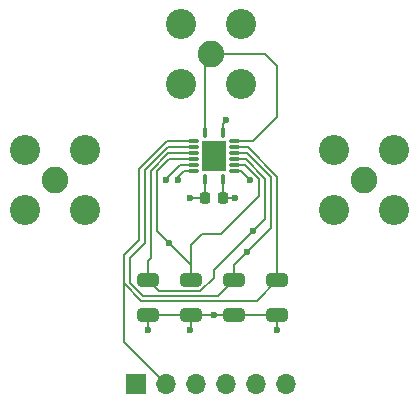
<source format=gbr>
%TF.GenerationSoftware,KiCad,Pcbnew,8.0.1*%
%TF.CreationDate,2024-03-25T18:19:42-05:00*%
%TF.ProjectId,TS3A5017-Mixer,54533341-3530-4313-972d-4d697865722e,rev?*%
%TF.SameCoordinates,Original*%
%TF.FileFunction,Copper,L1,Top*%
%TF.FilePolarity,Positive*%
%FSLAX46Y46*%
G04 Gerber Fmt 4.6, Leading zero omitted, Abs format (unit mm)*
G04 Created by KiCad (PCBNEW 8.0.1) date 2024-03-25 18:19:42*
%MOMM*%
%LPD*%
G01*
G04 APERTURE LIST*
G04 Aperture macros list*
%AMRoundRect*
0 Rectangle with rounded corners*
0 $1 Rounding radius*
0 $2 $3 $4 $5 $6 $7 $8 $9 X,Y pos of 4 corners*
0 Add a 4 corners polygon primitive as box body*
4,1,4,$2,$3,$4,$5,$6,$7,$8,$9,$2,$3,0*
0 Add four circle primitives for the rounded corners*
1,1,$1+$1,$2,$3*
1,1,$1+$1,$4,$5*
1,1,$1+$1,$6,$7*
1,1,$1+$1,$8,$9*
0 Add four rect primitives between the rounded corners*
20,1,$1+$1,$2,$3,$4,$5,0*
20,1,$1+$1,$4,$5,$6,$7,0*
20,1,$1+$1,$6,$7,$8,$9,0*
20,1,$1+$1,$8,$9,$2,$3,0*%
%AMFreePoly0*
4,1,10,0.140000,-0.355000,0.121244,-0.425000,0.070000,-0.476244,0.000000,-0.495000,-0.070000,-0.476244,-0.121244,-0.425000,-0.140000,-0.355000,-0.140000,0.355000,0.140000,0.355000,0.140000,-0.355000,0.140000,-0.355000,$1*%
%AMFreePoly1*
4,1,10,0.355000,-0.140000,-0.355000,-0.140000,-0.425000,-0.121244,-0.476244,-0.070000,-0.495000,0.000000,-0.476244,0.070000,-0.425000,0.121244,-0.355000,0.140000,0.355000,0.140000,0.355000,-0.140000,0.355000,-0.140000,$1*%
%AMFreePoly2*
4,1,10,0.070000,0.476244,0.121244,0.425000,0.140000,0.355000,0.140000,-0.355000,-0.140000,-0.355000,-0.140000,0.355000,-0.121244,0.425000,-0.070000,0.476244,0.000000,0.495000,0.070000,0.476244,0.070000,0.476244,$1*%
%AMFreePoly3*
4,1,10,0.425000,0.121244,0.476244,0.070000,0.495000,0.000000,0.476244,-0.070000,0.425000,-0.121244,0.355000,-0.140000,-0.355000,-0.140000,-0.355000,0.140000,0.355000,0.140000,0.425000,0.121244,0.425000,0.121244,$1*%
G04 Aperture macros list end*
%TA.AperFunction,ComponentPad*%
%ADD10C,2.250000*%
%TD*%
%TA.AperFunction,ComponentPad*%
%ADD11C,2.550000*%
%TD*%
%TA.AperFunction,ComponentPad*%
%ADD12R,1.700000X1.700000*%
%TD*%
%TA.AperFunction,ComponentPad*%
%ADD13O,1.700000X1.700000*%
%TD*%
%TA.AperFunction,SMDPad,CuDef*%
%ADD14R,2.050000X2.550000*%
%TD*%
%TA.AperFunction,SMDPad,CuDef*%
%ADD15FreePoly0,180.000000*%
%TD*%
%TA.AperFunction,SMDPad,CuDef*%
%ADD16FreePoly1,180.000000*%
%TD*%
%TA.AperFunction,SMDPad,CuDef*%
%ADD17FreePoly2,180.000000*%
%TD*%
%TA.AperFunction,SMDPad,CuDef*%
%ADD18FreePoly3,180.000000*%
%TD*%
%TA.AperFunction,SMDPad,CuDef*%
%ADD19RoundRect,0.225000X-0.225000X-0.250000X0.225000X-0.250000X0.225000X0.250000X-0.225000X0.250000X0*%
%TD*%
%TA.AperFunction,SMDPad,CuDef*%
%ADD20RoundRect,0.250000X-0.650000X0.325000X-0.650000X-0.325000X0.650000X-0.325000X0.650000X0.325000X0*%
%TD*%
%TA.AperFunction,ViaPad*%
%ADD21C,0.600000*%
%TD*%
%TA.AperFunction,Conductor*%
%ADD22C,0.200000*%
%TD*%
G04 APERTURE END LIST*
D10*
%TO.P,J1,1,In*%
%TO.N,RF-In*%
X146558000Y-79248000D03*
D11*
%TO.P,J1,S1*%
%TO.N,N/C*%
X149098000Y-81788000D03*
%TO.P,J1,S2*%
X144018000Y-81788000D03*
%TO.P,J1,S3*%
X149098000Y-76708000D03*
%TO.P,J1,S4*%
X144018000Y-76708000D03*
%TD*%
D10*
%TO.P,J2,1,In*%
%TO.N,CLK0*%
X159512000Y-89916000D03*
D11*
%TO.P,J2,S1*%
%TO.N,N/C*%
X156972000Y-92456000D03*
%TO.P,J2,S2*%
X156972000Y-87376000D03*
%TO.P,J2,S3*%
X162052000Y-92456000D03*
%TO.P,J2,S4*%
X162052000Y-87376000D03*
%TD*%
D10*
%TO.P,J3,1,In*%
%TO.N,CLK1*%
X133350000Y-89916000D03*
D11*
%TO.P,J3,S1*%
%TO.N,N/C*%
X135890000Y-87376000D03*
%TO.P,J3,S2*%
X135890000Y-92456000D03*
%TO.P,J3,S3*%
X130810000Y-87376000D03*
%TO.P,J3,S4*%
X130810000Y-92456000D03*
%TD*%
D12*
%TO.P,J4,1,Pin_1*%
%TO.N,/3.3V*%
X140208000Y-107188000D03*
D13*
%TO.P,J4,2,Pin_2*%
%TO.N,Net-(J4-Pin_2)*%
X142748000Y-107188000D03*
%TO.P,J4,3,Pin_3*%
%TO.N,Net-(J4-Pin_3)*%
X145288000Y-107188000D03*
%TO.P,J4,4,Pin_4*%
%TO.N,Net-(J4-Pin_4)*%
X147828000Y-107188000D03*
%TO.P,J4,5,Pin_5*%
%TO.N,Net-(J4-Pin_5)*%
X150368000Y-107188000D03*
%TO.P,J4,6,Pin_6*%
%TO.N,GND*%
X152908000Y-107188000D03*
%TD*%
D14*
%TO.P,U1,17,GND*%
%TO.N,GND*%
X146787000Y-87871000D03*
D15*
%TO.P,U1,16,V+*%
%TO.N,/3.3V*%
X146037000Y-89916000D03*
D16*
%TO.P,U1,15,2~{EN}*%
%TO.N,GND*%
X144992000Y-89121000D03*
%TO.P,U1,14,IN1*%
%TO.N,CLK1*%
X144992000Y-88621000D03*
%TO.P,U1,13,2S4*%
%TO.N,Net-(J4-Pin_5)*%
X144992000Y-88121000D03*
%TO.P,U1,12,2S3*%
%TO.N,Net-(J4-Pin_4)*%
X144992000Y-87621000D03*
%TO.P,U1,11,2S2*%
%TO.N,Net-(J4-Pin_3)*%
X144992000Y-87121000D03*
%TO.P,U1,10,2S1*%
%TO.N,Net-(J4-Pin_2)*%
X144992000Y-86621000D03*
D17*
%TO.P,U1,9,2D*%
%TO.N,RF-In*%
X146037000Y-85826000D03*
%TO.P,U1,8,GND*%
%TO.N,GND*%
X147537000Y-85826000D03*
D18*
%TO.P,U1,7,1D*%
%TO.N,RF-In*%
X148582000Y-86621000D03*
%TO.P,U1,6,1S1*%
%TO.N,Net-(J4-Pin_2)*%
X148582000Y-87121000D03*
%TO.P,U1,5,1S2*%
%TO.N,Net-(J4-Pin_3)*%
X148582000Y-87621000D03*
%TO.P,U1,4,1S3*%
%TO.N,Net-(J4-Pin_4)*%
X148582000Y-88121000D03*
%TO.P,U1,3,1S4*%
%TO.N,Net-(J4-Pin_5)*%
X148582000Y-88621000D03*
%TO.P,U1,2,IN2*%
%TO.N,CLK0*%
X148582000Y-89121000D03*
D15*
%TO.P,U1,1,1~{EN}*%
%TO.N,GND*%
X147537000Y-89916000D03*
%TD*%
D19*
%TO.P,C1,2*%
%TO.N,GND*%
X147574000Y-91440000D03*
%TO.P,C1,1*%
%TO.N,/3.3V*%
X146024000Y-91440000D03*
%TD*%
D20*
%TO.P,C5,2*%
%TO.N,GND*%
X152146000Y-101346000D03*
%TO.P,C5,1*%
%TO.N,Net-(J4-Pin_2)*%
X152146000Y-98396000D03*
%TD*%
%TO.P,C4,1*%
%TO.N,Net-(J4-Pin_3)*%
X148505332Y-98396000D03*
%TO.P,C4,2*%
%TO.N,GND*%
X148505332Y-101346000D03*
%TD*%
%TO.P,C3,2*%
%TO.N,GND*%
X141224000Y-101297000D03*
%TO.P,C3,1*%
%TO.N,Net-(J4-Pin_4)*%
X141224000Y-98347000D03*
%TD*%
%TO.P,C2,1*%
%TO.N,Net-(J4-Pin_5)*%
X144864666Y-98347000D03*
%TO.P,C2,2*%
%TO.N,GND*%
X144864666Y-101297000D03*
%TD*%
D21*
%TO.N,GND*%
X146812000Y-101346000D03*
X146812000Y-87884000D03*
%TO.N,/3.3V*%
X144780000Y-91440000D03*
%TO.N,Net-(J4-Pin_5)*%
X143002000Y-95250000D03*
%TO.N,Net-(J4-Pin_4)*%
X150114000Y-94234000D03*
%TO.N,Net-(J4-Pin_3)*%
X149606000Y-96012000D03*
%TO.N,GND*%
X152146000Y-102616000D03*
X144780000Y-102616000D03*
X141224000Y-102616000D03*
X148590000Y-91440000D03*
X147828000Y-84836000D03*
X143764000Y-89916000D03*
%TO.N,CLK1*%
X142748000Y-89916000D03*
%TO.N,CLK0*%
X149860000Y-89916000D03*
%TD*%
D22*
%TO.N,GND*%
X148505332Y-101346000D02*
X152146000Y-101346000D01*
X144864666Y-101297000D02*
X148456332Y-101297000D01*
X148456332Y-101297000D02*
X148505332Y-101346000D01*
X141224000Y-101297000D02*
X144864666Y-101297000D01*
X148505332Y-101346000D02*
X146812000Y-101346000D01*
%TO.N,RF-In*%
X146037000Y-85826000D02*
X146037000Y-79769000D01*
X146037000Y-79769000D02*
X146558000Y-79248000D01*
%TO.N,Net-(J4-Pin_5)*%
X149413529Y-88621000D02*
X150622000Y-89829471D01*
X150622000Y-89829471D02*
X150622000Y-91272529D01*
X145796000Y-94488000D02*
X144864666Y-95419334D01*
X150622000Y-91272529D02*
X147406529Y-94488000D01*
X148582000Y-88621000D02*
X149413529Y-88621000D01*
X147406529Y-94488000D02*
X145796000Y-94488000D01*
X144864666Y-95419334D02*
X144864666Y-97282000D01*
%TO.N,/3.3V*%
X146024000Y-91440000D02*
X144780000Y-91440000D01*
%TO.N,Net-(J4-Pin_5)*%
X143002000Y-95250000D02*
X144526000Y-96774000D01*
%TO.N,Net-(J4-Pin_4)*%
X150114000Y-94234000D02*
X146812000Y-97536000D01*
%TO.N,Net-(J4-Pin_3)*%
X149606000Y-96012000D02*
X148844000Y-96774000D01*
%TO.N,Net-(J4-Pin_2)*%
X142748000Y-107188000D02*
X139192000Y-103632000D01*
X139192000Y-103632000D02*
X139192000Y-98640429D01*
%TO.N,GND*%
X152146000Y-101346000D02*
X152146000Y-102616000D01*
X144864666Y-102531334D02*
X144780000Y-102616000D01*
X144864666Y-101297000D02*
X144864666Y-102531334D01*
X141224000Y-101297000D02*
X141224000Y-102616000D01*
%TO.N,Net-(J4-Pin_2)*%
X139192000Y-98640429D02*
X140665571Y-100114000D01*
X140665571Y-100114000D02*
X150428000Y-100114000D01*
X150428000Y-100114000D02*
X152146000Y-98396000D01*
%TO.N,Net-(J4-Pin_3)*%
X139700000Y-98582744D02*
X140831256Y-99714000D01*
X147187332Y-99714000D02*
X148505332Y-98396000D01*
X140831256Y-99714000D02*
X147187332Y-99714000D01*
%TO.N,Net-(J4-Pin_4)*%
X148582000Y-88121000D02*
X149479215Y-88121000D01*
X142191000Y-99314000D02*
X141224000Y-98347000D01*
X149479215Y-88121000D02*
X151130000Y-89771785D01*
X151130000Y-89771785D02*
X151130000Y-93218000D01*
X146812000Y-97536000D02*
X146812000Y-98159410D01*
X151130000Y-93218000D02*
X150114000Y-94234000D01*
X146812000Y-98159410D02*
X145657410Y-99314000D01*
X145657410Y-99314000D02*
X142191000Y-99314000D01*
%TO.N,Net-(J4-Pin_5)*%
X144864666Y-98347000D02*
X144864666Y-97282000D01*
X144864666Y-97282000D02*
X144864666Y-97112666D01*
%TO.N,Net-(J4-Pin_2)*%
X152146000Y-98396000D02*
X152146000Y-98552000D01*
X139192000Y-98640429D02*
X139192000Y-96266000D01*
X139192000Y-96266000D02*
X140462000Y-94996000D01*
X140462000Y-94996000D02*
X140462000Y-88980942D01*
X140462000Y-88980942D02*
X142821942Y-86621000D01*
X142821942Y-86621000D02*
X144992000Y-86621000D01*
%TO.N,Net-(J4-Pin_3)*%
X144992000Y-87121000D02*
X142887628Y-87121000D01*
X142887628Y-87121000D02*
X140970000Y-89038628D01*
X140970000Y-89038628D02*
X140970000Y-95250000D01*
X140970000Y-95250000D02*
X139700000Y-96520000D01*
X139700000Y-96520000D02*
X139700000Y-98582744D01*
%TO.N,Net-(J4-Pin_4)*%
X144992000Y-87621000D02*
X142953314Y-87621000D01*
X141478000Y-96520000D02*
X141224000Y-96774000D01*
X142953314Y-87621000D02*
X141478000Y-89096314D01*
X141478000Y-89096314D02*
X141478000Y-96520000D01*
%TO.N,Net-(J4-Pin_5)*%
X144992000Y-88121000D02*
X143019000Y-88121000D01*
X141986000Y-94234000D02*
X143002000Y-95250000D01*
X143019000Y-88121000D02*
X141986000Y-89154000D01*
X141986000Y-89154000D02*
X141986000Y-94234000D01*
%TO.N,Net-(J4-Pin_3)*%
X148582000Y-87621000D02*
X149597000Y-87621000D01*
X149597000Y-87621000D02*
X151638000Y-89662000D01*
X151638000Y-89662000D02*
X151638000Y-93980000D01*
X151638000Y-93980000D02*
X149606000Y-96012000D01*
%TO.N,Net-(J4-Pin_2)*%
X148582000Y-87121000D02*
X149662686Y-87121000D01*
X152146000Y-89604314D02*
X152146000Y-96774000D01*
X149662686Y-87121000D02*
X152146000Y-89604314D01*
%TO.N,Net-(J4-Pin_3)*%
X148505332Y-97112668D02*
X148844000Y-96774000D01*
%TO.N,Net-(J4-Pin_2)*%
X152146000Y-98396000D02*
X152146000Y-96774000D01*
%TO.N,Net-(J4-Pin_3)*%
X148505332Y-98396000D02*
X148505332Y-97112668D01*
%TO.N,Net-(J4-Pin_5)*%
X144864666Y-97112666D02*
X144526000Y-96774000D01*
%TO.N,Net-(J4-Pin_4)*%
X141224000Y-98347000D02*
X141224000Y-96774000D01*
%TO.N,GND*%
X147574000Y-91440000D02*
X148590000Y-91440000D01*
%TO.N,CLK1*%
X144992000Y-88621000D02*
X143956471Y-88621000D01*
X143956471Y-88621000D02*
X142748000Y-89829471D01*
X142748000Y-89829471D02*
X142748000Y-89916000D01*
%TO.N,GND*%
X147537000Y-85127000D02*
X147828000Y-84836000D01*
X147537000Y-85826000D02*
X147537000Y-85127000D01*
X144305000Y-89121000D02*
X143764000Y-89662000D01*
X144992000Y-89121000D02*
X144305000Y-89121000D01*
%TO.N,CLK0*%
X149065000Y-89121000D02*
X149860000Y-89916000D01*
X148582000Y-89121000D02*
X149065000Y-89121000D01*
%TO.N,RF-In*%
X148582000Y-86621000D02*
X150107000Y-86621000D01*
X150107000Y-86621000D02*
X152146000Y-84582000D01*
X152146000Y-80264000D02*
X151130000Y-79248000D01*
X152146000Y-84582000D02*
X152146000Y-80264000D01*
X151130000Y-79248000D02*
X146558000Y-79248000D01*
%TO.N,GND*%
X147537000Y-91403000D02*
X147574000Y-91440000D01*
X147537000Y-89916000D02*
X147537000Y-91403000D01*
%TO.N,/3.3V*%
X146037000Y-91427000D02*
X146024000Y-91440000D01*
X146037000Y-89916000D02*
X146037000Y-91427000D01*
%TD*%
M02*

</source>
